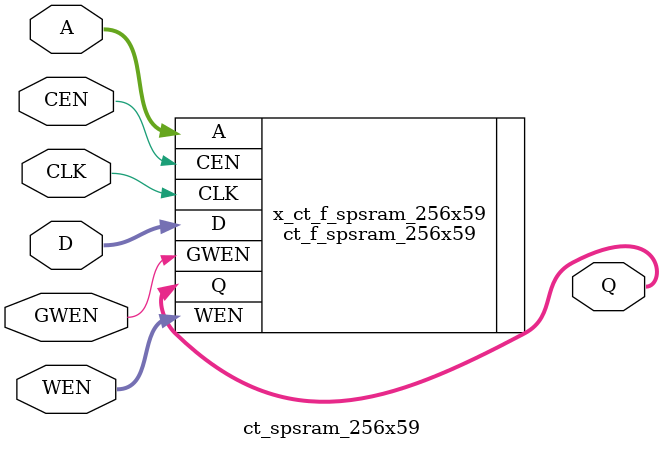
<source format=v>
/*Copyright 2019-2021 T-Head Semiconductor Co., Ltd.

Licensed under the Apache License, Version 2.0 (the "License");
you may not use this file except in compliance with the License.
You may obtain a copy of the License at

    http://www.apache.org/licenses/LICENSE-2.0

Unless required by applicable law or agreed to in writing, software
distributed under the License is distributed on an "AS IS" BASIS,
WITHOUT WARRANTIES OR CONDITIONS OF ANY KIND, either express or implied.
See the License for the specific language governing permissions and
limitations under the License.
*/

// &ModuleBeg; @22
module ct_spsram_256x59(
  A,
  CEN,
  CLK,
  D,
  GWEN,
  Q,
  WEN
);

// &Ports; @23
input   [7 :0]  A;
input           CEN;
input           CLK;
input   [58:0]  D;
input           GWEN;
input   [58:0]  WEN;
output  [58:0]  Q;

// &Regs; @24

// &Wires; @25
wire    [7 :0]  A;
wire            CEN;
wire            CLK;
wire    [58:0]  D;
wire            GWEN;
wire    [58:0]  Q;
wire    [58:0]  WEN;


//**********************************************************
//                  Parameter Definition
//**********************************************************
parameter ADDR_WIDTH = 8;
parameter DATA_WIDTH = 59;
parameter WE_WIDTH   = 59;

// &Force("bus","Q",DATA_WIDTH-1,0); @34
// &Force("bus","WEN",WE_WIDTH-1,0); @35
// &Force("bus","A",ADDR_WIDTH-1,0); @36
// &Force("bus","D",DATA_WIDTH-1,0); @37

  //********************************************************
  //*                        FPGA memory                   *
  //********************************************************
  //{WEN[58],WEN[57:29],WEN[28:0]}
//   &Instance("ct_f_spsram_256x59"); @44
ct_f_spsram_256x59  x_ct_f_spsram_256x59 (
  .A    (A   ),
  .CEN  (CEN ),
  .CLK  (CLK ),
  .D    (D   ),
  .GWEN (GWEN),
  .Q    (Q   ),
  .WEN  (WEN )
);

//   &Instance("ct_tsmc_spsram_256x59"); @50

// &ModuleEnd; @66
endmodule



</source>
